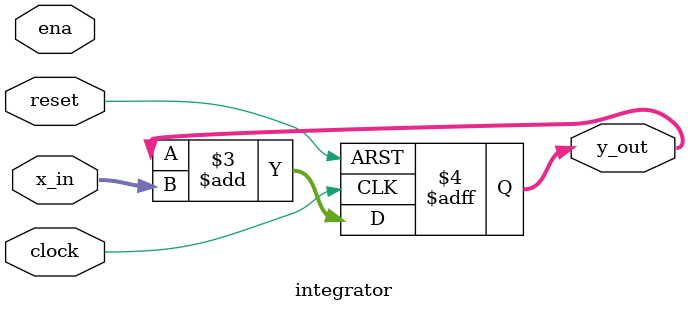
<source format=sv>
module integrator #(parameter WIDTH = 8)(input logic clock, ena, reset, input logic  [WIDTH-1:0] x_in, output logic  [WIDTH-1:0] y_out);


	//assign porque = x_in;
	always_ff@(posedge clock, negedge reset)begin
		if(!reset)begin
			y_out <= 0;
		end
		else begin
			y_out <= y_out+x_in;
		end
	end

endmodule

</source>
